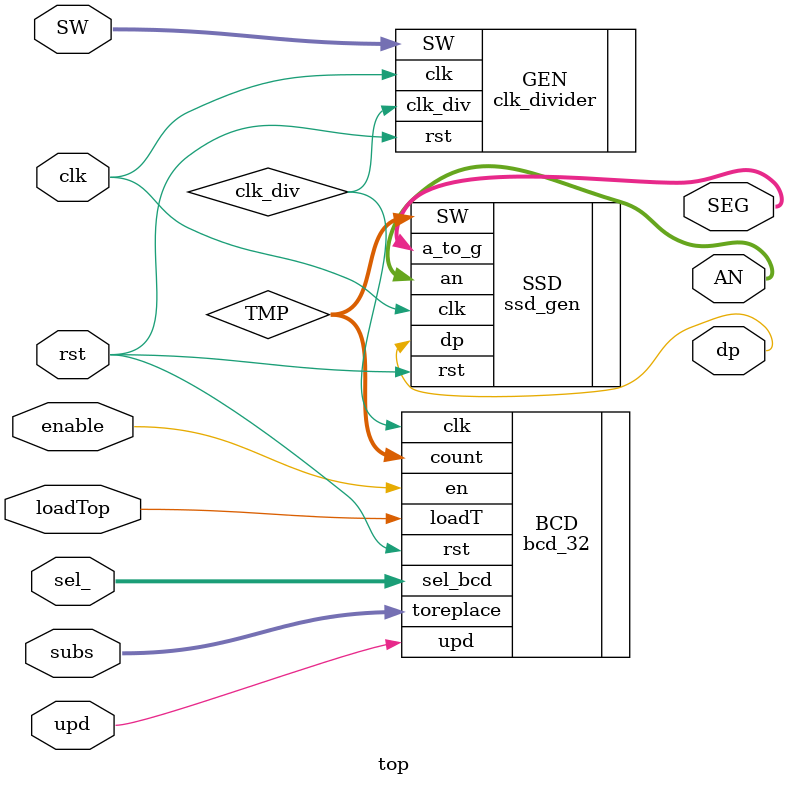
<source format=v>
`timescale 1ns / 1ps


module top(
            input clk,
            input rst,
            input [4:0] SW, 
            input enable, 
            input upd,
            
            input loadTop,
            input [2:0] sel_,
            input [3:0] subs,
             
            output wire [6:0] SEG,
            output wire [7:0] AN,
            output wire dp
    );
         wire clk_div;
         //reg loadT = 0;
          wire [7:0] decoder_op_;
         
        
          
         clk_divider  GEN    (
                              .clk(clk),
                              .rst(rst),
                              .SW(SW), 
                              .clk_div(clk_div)
                              ); 
          
         wire [31:0] TMP;                 

         bcd_32  BCD    (
                          .clk(clk_div),
                          .rst(rst),
                          .en(enable),
                          .upd(upd),
                          .loadT(loadTop),
                          .sel_bcd(sel_),
                          .toreplace(subs),
                          .count(TMP)
                          );
                          
         ssd_gen   SSD   (
                           .SW(TMP),
                           .clk(clk),
                           .rst(rst),
                           .a_to_g(SEG),
                           .an(AN),
                           .dp(dp)
                          );                 
          
endmodule

</source>
